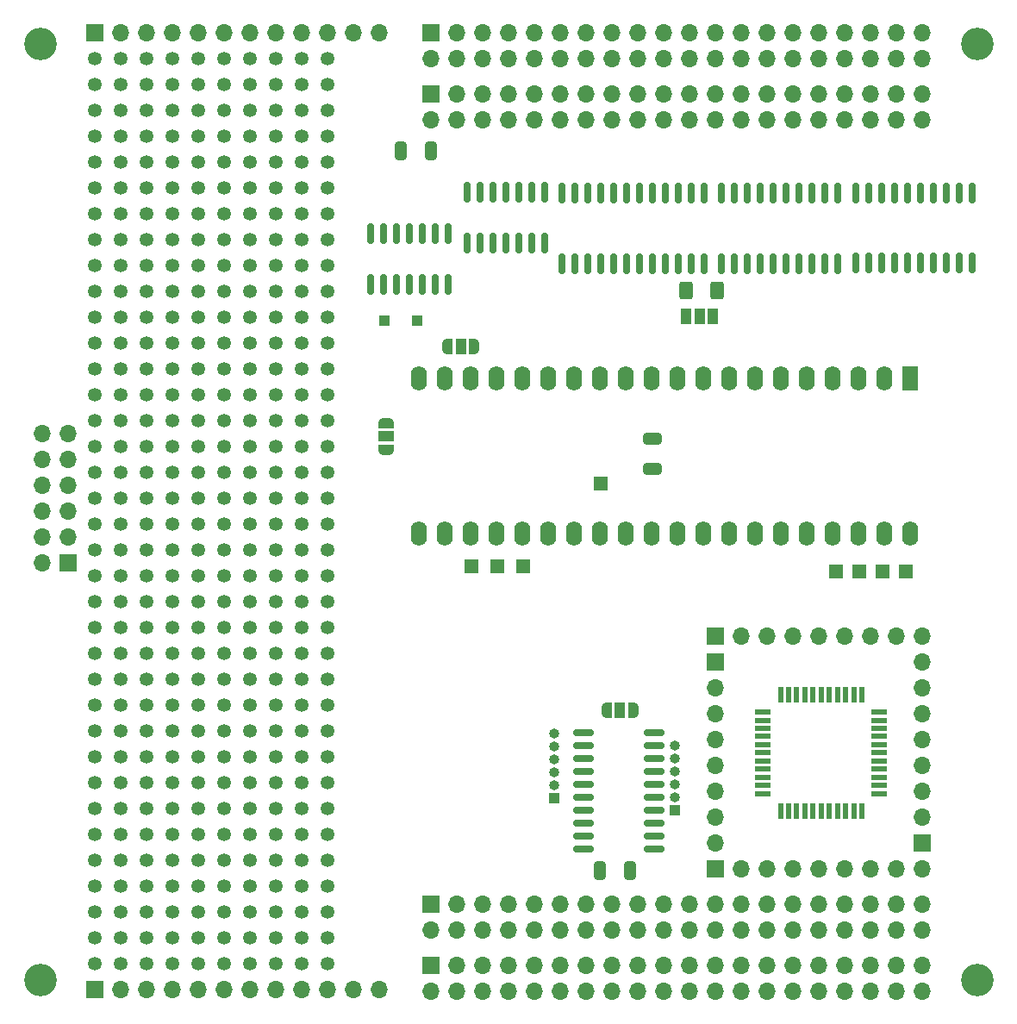
<source format=gbr>
%TF.GenerationSoftware,KiCad,Pcbnew,7.0.11-7.0.11~ubuntu20.04.1*%
%TF.CreationDate,2024-04-16T16:23:03+02:00*%
%TF.ProjectId,z80_schematics,7a38305f-7363-4686-956d-61746963732e,rev?*%
%TF.SameCoordinates,Original*%
%TF.FileFunction,Soldermask,Top*%
%TF.FilePolarity,Negative*%
%FSLAX46Y46*%
G04 Gerber Fmt 4.6, Leading zero omitted, Abs format (unit mm)*
G04 Created by KiCad (PCBNEW 7.0.11-7.0.11~ubuntu20.04.1) date 2024-04-16 16:23:03*
%MOMM*%
%LPD*%
G01*
G04 APERTURE LIST*
G04 Aperture macros list*
%AMRoundRect*
0 Rectangle with rounded corners*
0 $1 Rounding radius*
0 $2 $3 $4 $5 $6 $7 $8 $9 X,Y pos of 4 corners*
0 Add a 4 corners polygon primitive as box body*
4,1,4,$2,$3,$4,$5,$6,$7,$8,$9,$2,$3,0*
0 Add four circle primitives for the rounded corners*
1,1,$1+$1,$2,$3*
1,1,$1+$1,$4,$5*
1,1,$1+$1,$6,$7*
1,1,$1+$1,$8,$9*
0 Add four rect primitives between the rounded corners*
20,1,$1+$1,$2,$3,$4,$5,0*
20,1,$1+$1,$4,$5,$6,$7,0*
20,1,$1+$1,$6,$7,$8,$9,0*
20,1,$1+$1,$8,$9,$2,$3,0*%
%AMFreePoly0*
4,1,19,0.550000,-0.750000,0.000000,-0.750000,0.000000,-0.744911,-0.071157,-0.744911,-0.207708,-0.704816,-0.327430,-0.627875,-0.420627,-0.520320,-0.479746,-0.390866,-0.500000,-0.250000,-0.500000,0.250000,-0.479746,0.390866,-0.420627,0.520320,-0.327430,0.627875,-0.207708,0.704816,-0.071157,0.744911,0.000000,0.744911,0.000000,0.750000,0.550000,0.750000,0.550000,-0.750000,0.550000,-0.750000,
$1*%
%AMFreePoly1*
4,1,19,0.000000,0.744911,0.071157,0.744911,0.207708,0.704816,0.327430,0.627875,0.420627,0.520320,0.479746,0.390866,0.500000,0.250000,0.500000,-0.250000,0.479746,-0.390866,0.420627,-0.520320,0.327430,-0.627875,0.207708,-0.704816,0.071157,-0.744911,0.000000,-0.744911,0.000000,-0.750000,-0.550000,-0.750000,-0.550000,0.750000,0.000000,0.750000,0.000000,0.744911,0.000000,0.744911,
$1*%
G04 Aperture macros list end*
%ADD10R,1.350000X1.350000*%
%ADD11R,1.000000X1.500000*%
%ADD12R,1.700000X1.700000*%
%ADD13O,1.700000X1.700000*%
%ADD14FreePoly0,0.000000*%
%ADD15FreePoly1,0.000000*%
%ADD16C,1.350000*%
%ADD17R,1.000000X1.000000*%
%ADD18O,1.000000X1.000000*%
%ADD19RoundRect,0.150000X0.150000X-0.837500X0.150000X0.837500X-0.150000X0.837500X-0.150000X-0.837500X0*%
%ADD20RoundRect,0.250000X0.325000X0.650000X-0.325000X0.650000X-0.325000X-0.650000X0.325000X-0.650000X0*%
%ADD21RoundRect,0.150000X0.837500X0.150000X-0.837500X0.150000X-0.837500X-0.150000X0.837500X-0.150000X0*%
%ADD22FreePoly0,90.000000*%
%ADD23R,1.500000X1.000000*%
%ADD24FreePoly1,90.000000*%
%ADD25R,1.600000X2.400000*%
%ADD26O,1.600000X2.400000*%
%ADD27C,3.200000*%
%ADD28RoundRect,0.250000X-0.650000X0.325000X-0.650000X-0.325000X0.650000X-0.325000X0.650000X0.325000X0*%
%ADD29RoundRect,0.150000X0.150000X-0.825000X0.150000X0.825000X-0.150000X0.825000X-0.150000X-0.825000X0*%
%ADD30RoundRect,0.250000X0.400000X0.625000X-0.400000X0.625000X-0.400000X-0.625000X0.400000X-0.625000X0*%
%ADD31R,0.550000X1.500000*%
%ADD32R,1.500000X0.550000*%
%ADD33RoundRect,0.150000X-0.150000X0.837500X-0.150000X-0.837500X0.150000X-0.837500X0.150000X0.837500X0*%
G04 APERTURE END LIST*
D10*
%TO.C,J9*%
X146177000Y-100711000D03*
%TD*%
D11*
%TO.C,JP8*%
X164790600Y-76123800D03*
X166090600Y-76123800D03*
X167390600Y-76123800D03*
%TD*%
D10*
%TO.C,J12*%
X148717000Y-100711000D03*
%TD*%
D12*
%TO.C,J8*%
X167640000Y-130389005D03*
D13*
X170180000Y-130389005D03*
X172720000Y-130389005D03*
X175260000Y-130389005D03*
X177800000Y-130389005D03*
X180340000Y-130389005D03*
X182880000Y-130389005D03*
X185420000Y-130389005D03*
X187960000Y-130389005D03*
%TD*%
D14*
%TO.C,JP9*%
X156972000Y-114808000D03*
D11*
X158272000Y-114808000D03*
D15*
X159572000Y-114808000D03*
%TD*%
D16*
%TO.C,J26*%
X129540000Y-139700000D03*
X129540000Y-137160000D03*
X129540000Y-134620000D03*
X129540000Y-132080000D03*
X129540000Y-129540000D03*
X129540000Y-127000000D03*
X129540000Y-124460000D03*
X129540000Y-121920000D03*
X129540000Y-119380000D03*
X129540000Y-116840000D03*
X129540000Y-114300000D03*
X129540000Y-111760000D03*
X129540000Y-109220000D03*
X129540000Y-106680000D03*
X129540000Y-104140000D03*
X129540000Y-101600000D03*
X129540000Y-99060000D03*
X129540000Y-96520000D03*
X129540000Y-93980000D03*
X129540000Y-91440000D03*
X129540000Y-88900000D03*
X129540000Y-86360000D03*
X129540000Y-83820000D03*
X129540000Y-81280000D03*
X129540000Y-78740000D03*
X129540000Y-76200000D03*
X129540000Y-73660000D03*
X129540000Y-71120000D03*
X129540000Y-68580000D03*
X129540000Y-66040000D03*
X129540000Y-63500000D03*
X129540000Y-60960000D03*
X129540000Y-58420000D03*
X129540000Y-55880000D03*
X129540000Y-53340000D03*
X129540000Y-50800000D03*
X127000000Y-50800000D03*
X127000000Y-53340000D03*
X127000000Y-55880000D03*
X127000000Y-58420000D03*
X127000000Y-60960000D03*
X127000000Y-63500000D03*
X127000000Y-66040000D03*
X127000000Y-68580000D03*
X127000000Y-71120000D03*
X127000000Y-73660000D03*
X127000000Y-76200000D03*
X127000000Y-78740000D03*
X127000000Y-81280000D03*
X127000000Y-83820000D03*
X127000000Y-86360000D03*
X127000000Y-88900000D03*
X127000000Y-91440000D03*
X127000000Y-93980000D03*
X127000000Y-96520000D03*
X127000000Y-99060000D03*
X127000000Y-101600000D03*
X127000000Y-104140000D03*
X127000000Y-106680000D03*
X127000000Y-109220000D03*
X127000000Y-111760000D03*
X127000000Y-114300000D03*
X127000000Y-116840000D03*
X127000000Y-119380000D03*
X127000000Y-121920000D03*
X127000000Y-124460000D03*
X127000000Y-127000000D03*
X127000000Y-129540000D03*
X127000000Y-132080000D03*
X127000000Y-134620000D03*
X127000000Y-137160000D03*
X127000000Y-139700000D03*
%TD*%
D12*
%TO.C,J1*%
X139700000Y-48303005D03*
D13*
X139700000Y-50843005D03*
X142240000Y-48303005D03*
X142240000Y-50843005D03*
X144780000Y-48303005D03*
X144780000Y-50843005D03*
X147320000Y-48303005D03*
X147320000Y-50843005D03*
X149860000Y-48303005D03*
X149860000Y-50843005D03*
X152400000Y-48303005D03*
X152400000Y-50843005D03*
X154940000Y-48303005D03*
X154940000Y-50843005D03*
X157480000Y-48303005D03*
X157480000Y-50843005D03*
X160020000Y-48303005D03*
X160020000Y-50843005D03*
X162560000Y-48303005D03*
X162560000Y-50843005D03*
X165100000Y-48303005D03*
X165100000Y-50843005D03*
X167640000Y-48303005D03*
X167640000Y-50843005D03*
X170180000Y-48303005D03*
X170180000Y-50843005D03*
X172720000Y-48303005D03*
X172720000Y-50843005D03*
X175260000Y-48303005D03*
X175260000Y-50843005D03*
X177800000Y-48303005D03*
X177800000Y-50843005D03*
X180340000Y-48303005D03*
X180340000Y-50843005D03*
X182880000Y-48303005D03*
X182880000Y-50843005D03*
X185420000Y-48303005D03*
X185420000Y-50843005D03*
X187960000Y-48303005D03*
X187960000Y-50843005D03*
%TD*%
D10*
%TO.C,J13*%
X143637000Y-100711000D03*
%TD*%
D17*
%TO.C,J11*%
X135128000Y-76581000D03*
%TD*%
%TO.C,J31*%
X163677600Y-124663200D03*
D18*
X163677600Y-123393200D03*
X163677600Y-122123200D03*
X163677600Y-120853200D03*
X163677600Y-119583200D03*
X163677600Y-118313200D03*
%TD*%
D19*
%TO.C,U3*%
X181393172Y-70902223D03*
X182663172Y-70902223D03*
X183933172Y-70902223D03*
X185203172Y-70902223D03*
X186473172Y-70902223D03*
X187743172Y-70902223D03*
X189013172Y-70902223D03*
X190283172Y-70902223D03*
X191553172Y-70902223D03*
X192823172Y-70902223D03*
X192823172Y-63977223D03*
X191553172Y-63977223D03*
X190283172Y-63977223D03*
X189013172Y-63977223D03*
X187743172Y-63977223D03*
X186473172Y-63977223D03*
X185203172Y-63977223D03*
X183933172Y-63977223D03*
X182663172Y-63977223D03*
X181393172Y-63977223D03*
%TD*%
D12*
%TO.C,J5*%
X167640000Y-107529005D03*
D13*
X170180000Y-107529005D03*
X172720000Y-107529005D03*
X175260000Y-107529005D03*
X177800000Y-107529005D03*
X180340000Y-107529005D03*
X182880000Y-107529005D03*
X185420000Y-107529005D03*
X187960000Y-107529005D03*
%TD*%
D12*
%TO.C,J4*%
X139700000Y-133849005D03*
D13*
X139700000Y-136389005D03*
X142240000Y-133849005D03*
X142240000Y-136389005D03*
X144780000Y-133849005D03*
X144780000Y-136389005D03*
X147320000Y-133849005D03*
X147320000Y-136389005D03*
X149860000Y-133849005D03*
X149860000Y-136389005D03*
X152400000Y-133849005D03*
X152400000Y-136389005D03*
X154940000Y-133849005D03*
X154940000Y-136389005D03*
X157480000Y-133849005D03*
X157480000Y-136389005D03*
X160020000Y-133849005D03*
X160020000Y-136389005D03*
X162560000Y-133849005D03*
X162560000Y-136389005D03*
X165100000Y-133849005D03*
X165100000Y-136389005D03*
X167640000Y-133849005D03*
X167640000Y-136389005D03*
X170180000Y-133849005D03*
X170180000Y-136389005D03*
X172720000Y-133849005D03*
X172720000Y-136389005D03*
X175260000Y-133849005D03*
X175260000Y-136389005D03*
X177800000Y-133849005D03*
X177800000Y-136389005D03*
X180340000Y-133849005D03*
X180340000Y-136389005D03*
X182880000Y-133849005D03*
X182880000Y-136389005D03*
X185420000Y-133849005D03*
X185420000Y-136389005D03*
X187960000Y-133849005D03*
X187960000Y-136389005D03*
%TD*%
D20*
%TO.C,C4*%
X159210800Y-130606800D03*
X156260800Y-130606800D03*
%TD*%
D16*
%TO.C,J24*%
X119380000Y-139700000D03*
X119380000Y-137160000D03*
X119380000Y-134620000D03*
X119380000Y-132080000D03*
X119380000Y-129540000D03*
X119380000Y-127000000D03*
X119380000Y-124460000D03*
X119380000Y-121920000D03*
X119380000Y-119380000D03*
X119380000Y-116840000D03*
X119380000Y-114300000D03*
X119380000Y-111760000D03*
X119380000Y-109220000D03*
X119380000Y-106680000D03*
X119380000Y-104140000D03*
X119380000Y-101600000D03*
X119380000Y-99060000D03*
X119380000Y-96520000D03*
X119380000Y-93980000D03*
X119380000Y-91440000D03*
X119380000Y-88900000D03*
X119380000Y-86360000D03*
X119380000Y-83820000D03*
X119380000Y-81280000D03*
X119380000Y-78740000D03*
X119380000Y-76200000D03*
X119380000Y-73660000D03*
X119380000Y-71120000D03*
X119380000Y-68580000D03*
X119380000Y-66040000D03*
X119380000Y-63500000D03*
X119380000Y-60960000D03*
X119380000Y-58420000D03*
X119380000Y-55880000D03*
X119380000Y-53340000D03*
X119380000Y-50800000D03*
X116840000Y-50800000D03*
X116840000Y-53340000D03*
X116840000Y-55880000D03*
X116840000Y-58420000D03*
X116840000Y-60960000D03*
X116840000Y-63500000D03*
X116840000Y-66040000D03*
X116840000Y-68580000D03*
X116840000Y-71120000D03*
X116840000Y-73660000D03*
X116840000Y-76200000D03*
X116840000Y-78740000D03*
X116840000Y-81280000D03*
X116840000Y-83820000D03*
X116840000Y-86360000D03*
X116840000Y-88900000D03*
X116840000Y-91440000D03*
X116840000Y-93980000D03*
X116840000Y-96520000D03*
X116840000Y-99060000D03*
X116840000Y-101600000D03*
X116840000Y-104140000D03*
X116840000Y-106680000D03*
X116840000Y-109220000D03*
X116840000Y-111760000D03*
X116840000Y-114300000D03*
X116840000Y-116840000D03*
X116840000Y-119380000D03*
X116840000Y-121920000D03*
X116840000Y-124460000D03*
X116840000Y-127000000D03*
X116840000Y-129540000D03*
X116840000Y-132080000D03*
X116840000Y-134620000D03*
X116840000Y-137160000D03*
X116840000Y-139700000D03*
%TD*%
D10*
%TO.C,J32*%
X156337000Y-92583000D03*
%TD*%
D21*
%TO.C,U21*%
X161611000Y-128473200D03*
X161611000Y-127203200D03*
X161611000Y-125933200D03*
X161611000Y-124663200D03*
X161611000Y-123393200D03*
X161611000Y-122123200D03*
X161611000Y-120853200D03*
X161611000Y-119583200D03*
X161611000Y-118313200D03*
X161611000Y-117043200D03*
X154686000Y-117043200D03*
X154686000Y-118313200D03*
X154686000Y-119583200D03*
X154686000Y-120853200D03*
X154686000Y-122123200D03*
X154686000Y-123393200D03*
X154686000Y-124663200D03*
X154686000Y-125933200D03*
X154686000Y-127203200D03*
X154686000Y-128473200D03*
%TD*%
D22*
%TO.C,JP10*%
X135255000Y-89214000D03*
D23*
X135255000Y-87914000D03*
D24*
X135255000Y-86614000D03*
%TD*%
D25*
%TO.C,U10*%
X186760000Y-82250000D03*
D26*
X184220000Y-82250000D03*
X181680000Y-82250000D03*
X179140000Y-82250000D03*
X176600000Y-82250000D03*
X174060000Y-82250000D03*
X171520000Y-82250000D03*
X168980000Y-82250000D03*
X166440000Y-82250000D03*
X163900000Y-82250000D03*
X161360000Y-82250000D03*
X158820000Y-82250000D03*
X156280000Y-82250000D03*
X153740000Y-82250000D03*
X151200000Y-82250000D03*
X148660000Y-82250000D03*
X146120000Y-82250000D03*
X143580000Y-82250000D03*
X141040000Y-82250000D03*
X138500000Y-82250000D03*
X138500000Y-97490000D03*
X141040000Y-97490000D03*
X143580000Y-97490000D03*
X146120000Y-97490000D03*
X148660000Y-97490000D03*
X151200000Y-97490000D03*
X153740000Y-97490000D03*
X156280000Y-97490000D03*
X158820000Y-97490000D03*
X161360000Y-97490000D03*
X163900000Y-97490000D03*
X166440000Y-97490000D03*
X168980000Y-97490000D03*
X171520000Y-97490000D03*
X174060000Y-97490000D03*
X176600000Y-97490000D03*
X179140000Y-97490000D03*
X181680000Y-97490000D03*
X184220000Y-97490000D03*
X186760000Y-97490000D03*
%TD*%
D12*
%TO.C,J20*%
X106680000Y-142240000D03*
D13*
X109220000Y-142240000D03*
X111760000Y-142240000D03*
X114300000Y-142240000D03*
X116840000Y-142240000D03*
X119380000Y-142240000D03*
X121920000Y-142240000D03*
X124460000Y-142240000D03*
X127000000Y-142240000D03*
X129540000Y-142240000D03*
X132080000Y-142240000D03*
X134620000Y-142240000D03*
%TD*%
D10*
%TO.C,J14*%
X179451000Y-101219000D03*
%TD*%
D16*
%TO.C,J25*%
X124460000Y-139700000D03*
X124460000Y-137160000D03*
X124460000Y-134620000D03*
X124460000Y-132080000D03*
X124460000Y-129540000D03*
X124460000Y-127000000D03*
X124460000Y-124460000D03*
X124460000Y-121920000D03*
X124460000Y-119380000D03*
X124460000Y-116840000D03*
X124460000Y-114300000D03*
X124460000Y-111760000D03*
X124460000Y-109220000D03*
X124460000Y-106680000D03*
X124460000Y-104140000D03*
X124460000Y-101600000D03*
X124460000Y-99060000D03*
X124460000Y-96520000D03*
X124460000Y-93980000D03*
X124460000Y-91440000D03*
X124460000Y-88900000D03*
X124460000Y-86360000D03*
X124460000Y-83820000D03*
X124460000Y-81280000D03*
X124460000Y-78740000D03*
X124460000Y-76200000D03*
X124460000Y-73660000D03*
X124460000Y-71120000D03*
X124460000Y-68580000D03*
X124460000Y-66040000D03*
X124460000Y-63500000D03*
X124460000Y-60960000D03*
X124460000Y-58420000D03*
X124460000Y-55880000D03*
X124460000Y-53340000D03*
X124460000Y-50800000D03*
X121920000Y-50800000D03*
X121920000Y-53340000D03*
X121920000Y-55880000D03*
X121920000Y-58420000D03*
X121920000Y-60960000D03*
X121920000Y-63500000D03*
X121920000Y-66040000D03*
X121920000Y-68580000D03*
X121920000Y-71120000D03*
X121920000Y-73660000D03*
X121920000Y-76200000D03*
X121920000Y-78740000D03*
X121920000Y-81280000D03*
X121920000Y-83820000D03*
X121920000Y-86360000D03*
X121920000Y-88900000D03*
X121920000Y-91440000D03*
X121920000Y-93980000D03*
X121920000Y-96520000D03*
X121920000Y-99060000D03*
X121920000Y-101600000D03*
X121920000Y-104140000D03*
X121920000Y-106680000D03*
X121920000Y-109220000D03*
X121920000Y-111760000D03*
X121920000Y-114300000D03*
X121920000Y-116840000D03*
X121920000Y-119380000D03*
X121920000Y-121920000D03*
X121920000Y-124460000D03*
X121920000Y-127000000D03*
X121920000Y-129540000D03*
X121920000Y-132080000D03*
X121920000Y-134620000D03*
X121920000Y-137160000D03*
X121920000Y-139700000D03*
%TD*%
D12*
%TO.C,J35*%
X104013000Y-100330000D03*
D13*
X101473000Y-100330000D03*
X104013000Y-97790000D03*
X101473000Y-97790000D03*
X104013000Y-95250000D03*
X101473000Y-95250000D03*
X104013000Y-92710000D03*
X101473000Y-92710000D03*
X104013000Y-90170000D03*
X101473000Y-90170000D03*
X104013000Y-87630000D03*
X101473000Y-87630000D03*
%TD*%
D12*
%TO.C,J2*%
X139700000Y-139849005D03*
D13*
X139700000Y-142389005D03*
X142240000Y-139849005D03*
X142240000Y-142389005D03*
X144780000Y-139849005D03*
X144780000Y-142389005D03*
X147320000Y-139849005D03*
X147320000Y-142389005D03*
X149860000Y-139849005D03*
X149860000Y-142389005D03*
X152400000Y-139849005D03*
X152400000Y-142389005D03*
X154940000Y-139849005D03*
X154940000Y-142389005D03*
X157480000Y-139849005D03*
X157480000Y-142389005D03*
X160020000Y-139849005D03*
X160020000Y-142389005D03*
X162560000Y-139849005D03*
X162560000Y-142389005D03*
X165100000Y-139849005D03*
X165100000Y-142389005D03*
X167640000Y-139849005D03*
X167640000Y-142389005D03*
X170180000Y-139849005D03*
X170180000Y-142389005D03*
X172720000Y-139849005D03*
X172720000Y-142389005D03*
X175260000Y-139849005D03*
X175260000Y-142389005D03*
X177800000Y-139849005D03*
X177800000Y-142389005D03*
X180340000Y-139849005D03*
X180340000Y-142389005D03*
X182880000Y-139849005D03*
X182880000Y-142389005D03*
X185420000Y-139849005D03*
X185420000Y-142389005D03*
X187960000Y-139849005D03*
X187960000Y-142389005D03*
%TD*%
D17*
%TO.C,J30*%
X151790400Y-123444000D03*
D18*
X151790400Y-122174000D03*
X151790400Y-120904000D03*
X151790400Y-119634000D03*
X151790400Y-118364000D03*
X151790400Y-117094000D03*
%TD*%
D12*
%TO.C,J6*%
X187960000Y-127849005D03*
D13*
X187960000Y-125309005D03*
X187960000Y-122769005D03*
X187960000Y-120229005D03*
X187960000Y-117689005D03*
X187960000Y-115149005D03*
X187960000Y-112609005D03*
X187960000Y-110069005D03*
%TD*%
D19*
%TO.C,U2*%
X168235972Y-70918423D03*
X169505972Y-70918423D03*
X170775972Y-70918423D03*
X172045972Y-70918423D03*
X173315972Y-70918423D03*
X174585972Y-70918423D03*
X175855972Y-70918423D03*
X177125972Y-70918423D03*
X178395972Y-70918423D03*
X179665972Y-70918423D03*
X179665972Y-63993423D03*
X178395972Y-63993423D03*
X177125972Y-63993423D03*
X175855972Y-63993423D03*
X174585972Y-63993423D03*
X173315972Y-63993423D03*
X172045972Y-63993423D03*
X170775972Y-63993423D03*
X169505972Y-63993423D03*
X168235972Y-63993423D03*
%TD*%
D27*
%TO.C,H3*%
X193340000Y-49346005D03*
%TD*%
D10*
%TO.C,J16*%
X184023000Y-101219000D03*
%TD*%
D28*
%TO.C,C5*%
X161417000Y-88187000D03*
X161417000Y-91137000D03*
%TD*%
D29*
%TO.C,U9*%
X133756400Y-72960000D03*
X135026400Y-72960000D03*
X136296400Y-72960000D03*
X137566400Y-72960000D03*
X138836400Y-72960000D03*
X140106400Y-72960000D03*
X141376400Y-72960000D03*
X141376400Y-68010000D03*
X140106400Y-68010000D03*
X138836400Y-68010000D03*
X137566400Y-68010000D03*
X136296400Y-68010000D03*
X135026400Y-68010000D03*
X133756400Y-68010000D03*
%TD*%
D16*
%TO.C,J23*%
X114300000Y-139700000D03*
X114300000Y-137160000D03*
X114300000Y-134620000D03*
X114300000Y-132080000D03*
X114300000Y-129540000D03*
X114300000Y-127000000D03*
X114300000Y-124460000D03*
X114300000Y-121920000D03*
X114300000Y-119380000D03*
X114300000Y-116840000D03*
X114300000Y-114300000D03*
X114300000Y-111760000D03*
X114300000Y-109220000D03*
X114300000Y-106680000D03*
X114300000Y-104140000D03*
X114300000Y-101600000D03*
X114300000Y-99060000D03*
X114300000Y-96520000D03*
X114300000Y-93980000D03*
X114300000Y-91440000D03*
X114300000Y-88900000D03*
X114300000Y-86360000D03*
X114300000Y-83820000D03*
X114300000Y-81280000D03*
X114300000Y-78740000D03*
X114300000Y-76200000D03*
X114300000Y-73660000D03*
X114300000Y-71120000D03*
X114300000Y-68580000D03*
X114300000Y-66040000D03*
X114300000Y-63500000D03*
X114300000Y-60960000D03*
X114300000Y-58420000D03*
X114300000Y-55880000D03*
X114300000Y-53340000D03*
X114300000Y-50800000D03*
X111760000Y-50800000D03*
X111760000Y-53340000D03*
X111760000Y-55880000D03*
X111760000Y-58420000D03*
X111760000Y-60960000D03*
X111760000Y-63500000D03*
X111760000Y-66040000D03*
X111760000Y-68580000D03*
X111760000Y-71120000D03*
X111760000Y-73660000D03*
X111760000Y-76200000D03*
X111760000Y-78740000D03*
X111760000Y-81280000D03*
X111760000Y-83820000D03*
X111760000Y-86360000D03*
X111760000Y-88900000D03*
X111760000Y-91440000D03*
X111760000Y-93980000D03*
X111760000Y-96520000D03*
X111760000Y-99060000D03*
X111760000Y-101600000D03*
X111760000Y-104140000D03*
X111760000Y-106680000D03*
X111760000Y-109220000D03*
X111760000Y-111760000D03*
X111760000Y-114300000D03*
X111760000Y-116840000D03*
X111760000Y-119380000D03*
X111760000Y-121920000D03*
X111760000Y-124460000D03*
X111760000Y-127000000D03*
X111760000Y-129540000D03*
X111760000Y-132080000D03*
X111760000Y-134620000D03*
X111760000Y-137160000D03*
X111760000Y-139700000D03*
%TD*%
D10*
%TO.C,J15*%
X181737000Y-101219000D03*
%TD*%
D12*
%TO.C,J7*%
X167640000Y-110069005D03*
D13*
X167640000Y-112609005D03*
X167640000Y-115149005D03*
X167640000Y-117689005D03*
X167640000Y-120229005D03*
X167640000Y-122769005D03*
X167640000Y-125309005D03*
X167640000Y-127849005D03*
%TD*%
D17*
%TO.C,J10*%
X138303000Y-76581000D03*
%TD*%
D14*
%TO.C,JP11*%
X141321000Y-79121000D03*
D11*
X142621000Y-79121000D03*
D15*
X143921000Y-79121000D03*
%TD*%
D12*
%TO.C,J3*%
X139700000Y-54303005D03*
D13*
X139700000Y-56843005D03*
X142240000Y-54303005D03*
X142240000Y-56843005D03*
X144780000Y-54303005D03*
X144780000Y-56843005D03*
X147320000Y-54303005D03*
X147320000Y-56843005D03*
X149860000Y-54303005D03*
X149860000Y-56843005D03*
X152400000Y-54303005D03*
X152400000Y-56843005D03*
X154940000Y-54303005D03*
X154940000Y-56843005D03*
X157480000Y-54303005D03*
X157480000Y-56843005D03*
X160020000Y-54303005D03*
X160020000Y-56843005D03*
X162560000Y-54303005D03*
X162560000Y-56843005D03*
X165100000Y-54303005D03*
X165100000Y-56843005D03*
X167640000Y-54303005D03*
X167640000Y-56843005D03*
X170180000Y-54303005D03*
X170180000Y-56843005D03*
X172720000Y-54303005D03*
X172720000Y-56843005D03*
X175260000Y-54303005D03*
X175260000Y-56843005D03*
X177800000Y-54303005D03*
X177800000Y-56843005D03*
X180340000Y-54303005D03*
X180340000Y-56843005D03*
X182880000Y-54303005D03*
X182880000Y-56843005D03*
X185420000Y-54303005D03*
X185420000Y-56843005D03*
X187960000Y-54303005D03*
X187960000Y-56843005D03*
%TD*%
D29*
%TO.C,U8*%
X143281400Y-68896000D03*
X144551400Y-68896000D03*
X145821400Y-68896000D03*
X147091400Y-68896000D03*
X148361400Y-68896000D03*
X149631400Y-68896000D03*
X150901400Y-68896000D03*
X150901400Y-63946000D03*
X149631400Y-63946000D03*
X148361400Y-63946000D03*
X147091400Y-63946000D03*
X145821400Y-63946000D03*
X144551400Y-63946000D03*
X143281400Y-63946000D03*
%TD*%
D30*
%TO.C,R2*%
X167817800Y-73583800D03*
X164717800Y-73583800D03*
%TD*%
D27*
%TO.C,H1*%
X101340000Y-49346005D03*
%TD*%
D31*
%TO.C,U1*%
X174029000Y-124694805D03*
X174829000Y-124694805D03*
X175629000Y-124694805D03*
X176429000Y-124694805D03*
X177229000Y-124694805D03*
X178029000Y-124694805D03*
X178829000Y-124694805D03*
X179629000Y-124694805D03*
X180429000Y-124694805D03*
X181229000Y-124694805D03*
X182029000Y-124694805D03*
D32*
X183729000Y-122994805D03*
X183729000Y-122194805D03*
X183729000Y-121394805D03*
X183729000Y-120594805D03*
X183729000Y-119794805D03*
X183729000Y-118994805D03*
X183729000Y-118194805D03*
X183729000Y-117394805D03*
X183729000Y-116594805D03*
X183729000Y-115794805D03*
X183729000Y-114994805D03*
D31*
X182029000Y-113294805D03*
X181229000Y-113294805D03*
X180429000Y-113294805D03*
X179629000Y-113294805D03*
X178829000Y-113294805D03*
X178029000Y-113294805D03*
X177229000Y-113294805D03*
X176429000Y-113294805D03*
X175629000Y-113294805D03*
X174829000Y-113294805D03*
X174029000Y-113294805D03*
D32*
X172329000Y-114994805D03*
X172329000Y-115794805D03*
X172329000Y-116594805D03*
X172329000Y-117394805D03*
X172329000Y-118194805D03*
X172329000Y-118994805D03*
X172329000Y-119794805D03*
X172329000Y-120594805D03*
X172329000Y-121394805D03*
X172329000Y-122194805D03*
X172329000Y-122994805D03*
%TD*%
D27*
%TO.C,H2*%
X101340000Y-141346005D03*
%TD*%
D16*
%TO.C,J22*%
X109220000Y-139700000D03*
X109220000Y-137160000D03*
X109220000Y-134620000D03*
X109220000Y-132080000D03*
X109220000Y-129540000D03*
X109220000Y-127000000D03*
X109220000Y-124460000D03*
X109220000Y-121920000D03*
X109220000Y-119380000D03*
X109220000Y-116840000D03*
X109220000Y-114300000D03*
X109220000Y-111760000D03*
X109220000Y-109220000D03*
X109220000Y-106680000D03*
X109220000Y-104140000D03*
X109220000Y-101600000D03*
X109220000Y-99060000D03*
X109220000Y-96520000D03*
X109220000Y-93980000D03*
X109220000Y-91440000D03*
X109220000Y-88900000D03*
X109220000Y-86360000D03*
X109220000Y-83820000D03*
X109220000Y-81280000D03*
X109220000Y-78740000D03*
X109220000Y-76200000D03*
X109220000Y-73660000D03*
X109220000Y-71120000D03*
X109220000Y-68580000D03*
X109220000Y-66040000D03*
X109220000Y-63500000D03*
X109220000Y-60960000D03*
X109220000Y-58420000D03*
X109220000Y-55880000D03*
X109220000Y-53340000D03*
X109220000Y-50800000D03*
X106680000Y-50800000D03*
X106680000Y-53340000D03*
X106680000Y-55880000D03*
X106680000Y-58420000D03*
X106680000Y-60960000D03*
X106680000Y-63500000D03*
X106680000Y-66040000D03*
X106680000Y-68580000D03*
X106680000Y-71120000D03*
X106680000Y-73660000D03*
X106680000Y-76200000D03*
X106680000Y-78740000D03*
X106680000Y-81280000D03*
X106680000Y-83820000D03*
X106680000Y-86360000D03*
X106680000Y-88900000D03*
X106680000Y-91440000D03*
X106680000Y-93980000D03*
X106680000Y-96520000D03*
X106680000Y-99060000D03*
X106680000Y-101600000D03*
X106680000Y-104140000D03*
X106680000Y-106680000D03*
X106680000Y-109220000D03*
X106680000Y-111760000D03*
X106680000Y-114300000D03*
X106680000Y-116840000D03*
X106680000Y-119380000D03*
X106680000Y-121920000D03*
X106680000Y-124460000D03*
X106680000Y-127000000D03*
X106680000Y-129540000D03*
X106680000Y-132080000D03*
X106680000Y-134620000D03*
X106680000Y-137160000D03*
X106680000Y-139700000D03*
%TD*%
D20*
%TO.C,C1*%
X139703600Y-59893200D03*
X136753600Y-59893200D03*
%TD*%
D10*
%TO.C,J17*%
X186309000Y-101219000D03*
%TD*%
D12*
%TO.C,J21*%
X106680000Y-48260000D03*
D13*
X109220000Y-48260000D03*
X111760000Y-48260000D03*
X114300000Y-48260000D03*
X116840000Y-48260000D03*
X119380000Y-48260000D03*
X121920000Y-48260000D03*
X124460000Y-48260000D03*
X127000000Y-48260000D03*
X129540000Y-48260000D03*
X132080000Y-48260000D03*
X134620000Y-48260000D03*
%TD*%
D33*
%TO.C,U5*%
X166508772Y-64009623D03*
X165238772Y-64009623D03*
X163968772Y-64009623D03*
X162698772Y-64009623D03*
X161428772Y-64009623D03*
X160158772Y-64009623D03*
X158888772Y-64009623D03*
X157618772Y-64009623D03*
X156348772Y-64009623D03*
X155078772Y-64009623D03*
X153808772Y-64009623D03*
X152538772Y-64009623D03*
X152538772Y-70934623D03*
X153808772Y-70934623D03*
X155078772Y-70934623D03*
X156348772Y-70934623D03*
X157618772Y-70934623D03*
X158888772Y-70934623D03*
X160158772Y-70934623D03*
X161428772Y-70934623D03*
X162698772Y-70934623D03*
X163968772Y-70934623D03*
X165238772Y-70934623D03*
X166508772Y-70934623D03*
%TD*%
D27*
%TO.C,H4*%
X193340000Y-141346005D03*
%TD*%
M02*

</source>
